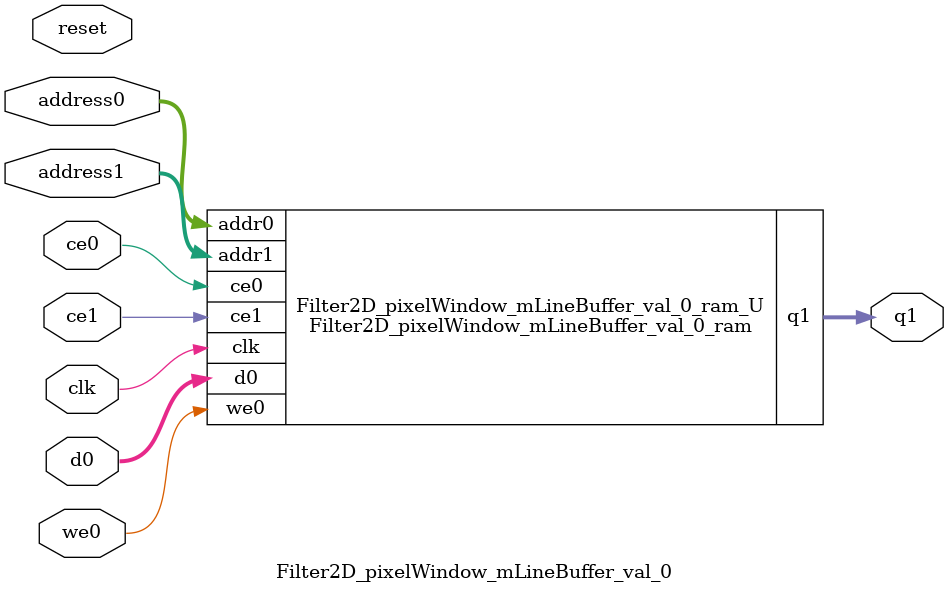
<source format=v>

`timescale 1 ns / 1 ps
module Filter2D_pixelWindow_mLineBuffer_val_0_ram (addr0, ce0, d0, we0, addr1, ce1, q1,  clk);

parameter DWIDTH = 8;
parameter AWIDTH = 12;
parameter MEM_SIZE = 3000;

input[AWIDTH-1:0] addr0;
input ce0;
input[DWIDTH-1:0] d0;
input we0;
input[AWIDTH-1:0] addr1;
input ce1;
output reg[DWIDTH-1:0] q1;
input clk;

(* ram_style = "block" *)reg [DWIDTH-1:0] ram[0:MEM_SIZE-1];




always @(posedge clk)  
begin 
    if (ce0) 
    begin
        if (we0) 
        begin 
            ram[addr0] <= d0; 
        end 
    end
end


always @(posedge clk)  
begin 
    if (ce1) 
    begin
            q1 <= ram[addr1];
    end
end


endmodule


`timescale 1 ns / 1 ps
module Filter2D_pixelWindow_mLineBuffer_val_0(
    reset,
    clk,
    address0,
    ce0,
    we0,
    d0,
    address1,
    ce1,
    q1);

parameter DataWidth = 32'd8;
parameter AddressRange = 32'd3000;
parameter AddressWidth = 32'd12;
input reset;
input clk;
input[AddressWidth - 1:0] address0;
input ce0;
input we0;
input[DataWidth - 1:0] d0;
input[AddressWidth - 1:0] address1;
input ce1;
output[DataWidth - 1:0] q1;



Filter2D_pixelWindow_mLineBuffer_val_0_ram Filter2D_pixelWindow_mLineBuffer_val_0_ram_U(
    .clk( clk ),
    .addr0( address0 ),
    .ce0( ce0 ),
    .d0( d0 ),
    .we0( we0 ),
    .addr1( address1 ),
    .ce1( ce1 ),
    .q1( q1 ));

endmodule


</source>
